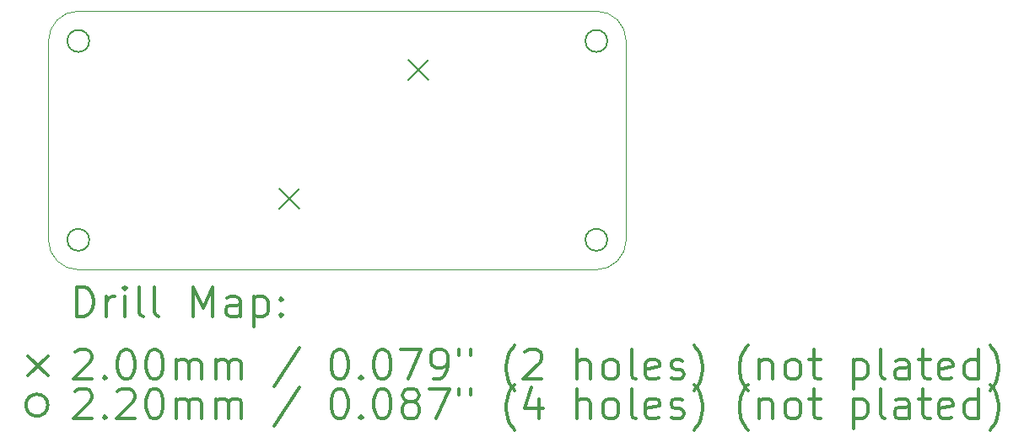
<source format=gbr>
%FSLAX45Y45*%
G04 Gerber Fmt 4.5, Leading zero omitted, Abs format (unit mm)*
G04 Created by KiCad (PCBNEW (5.1.5)-3) date 2021-10-17 17:05:09*
%MOMM*%
%LPD*%
G04 APERTURE LIST*
%TA.AperFunction,Profile*%
%ADD10C,0.120000*%
%TD*%
%ADD11C,0.200000*%
%ADD12C,0.300000*%
G04 APERTURE END LIST*
D10*
X11700000Y-7000000D02*
G75*
G02X12000000Y-6700000I300000J0D01*
G01*
X12000000Y-9300000D02*
G75*
G02X11700000Y-9000000I0J300000D01*
G01*
X17500000Y-9000000D02*
G75*
G02X17200000Y-9300000I-300000J0D01*
G01*
X17200000Y-6700000D02*
G75*
G02X17500000Y-7000000I0J-300000D01*
G01*
X17500000Y-9000000D02*
X17500000Y-7000000D01*
X12000000Y-9300000D02*
X17200000Y-9300000D01*
X11700000Y-7000000D02*
X11700000Y-9000000D01*
X17200000Y-6700000D02*
X12000000Y-6700000D01*
D11*
X14019260Y-8486848D02*
X14219260Y-8686848D01*
X14219260Y-8486848D02*
X14019260Y-8686848D01*
X15315260Y-7192848D02*
X15515260Y-7392848D01*
X15515260Y-7192848D02*
X15315260Y-7392848D01*
X12110000Y-9000000D02*
G75*
G03X12110000Y-9000000I-110000J0D01*
G01*
X17310000Y-7000000D02*
G75*
G03X17310000Y-7000000I-110000J0D01*
G01*
X17310000Y-9000000D02*
G75*
G03X17310000Y-9000000I-110000J0D01*
G01*
X12110000Y-7000000D02*
G75*
G03X12110000Y-7000000I-110000J0D01*
G01*
D12*
X11980428Y-9771714D02*
X11980428Y-9471714D01*
X12051857Y-9471714D01*
X12094714Y-9486000D01*
X12123286Y-9514572D01*
X12137571Y-9543143D01*
X12151857Y-9600286D01*
X12151857Y-9643143D01*
X12137571Y-9700286D01*
X12123286Y-9728857D01*
X12094714Y-9757429D01*
X12051857Y-9771714D01*
X11980428Y-9771714D01*
X12280428Y-9771714D02*
X12280428Y-9571714D01*
X12280428Y-9628857D02*
X12294714Y-9600286D01*
X12309000Y-9586000D01*
X12337571Y-9571714D01*
X12366143Y-9571714D01*
X12466143Y-9771714D02*
X12466143Y-9571714D01*
X12466143Y-9471714D02*
X12451857Y-9486000D01*
X12466143Y-9500286D01*
X12480428Y-9486000D01*
X12466143Y-9471714D01*
X12466143Y-9500286D01*
X12651857Y-9771714D02*
X12623286Y-9757429D01*
X12609000Y-9728857D01*
X12609000Y-9471714D01*
X12809000Y-9771714D02*
X12780428Y-9757429D01*
X12766143Y-9728857D01*
X12766143Y-9471714D01*
X13151857Y-9771714D02*
X13151857Y-9471714D01*
X13251857Y-9686000D01*
X13351857Y-9471714D01*
X13351857Y-9771714D01*
X13623286Y-9771714D02*
X13623286Y-9614572D01*
X13609000Y-9586000D01*
X13580428Y-9571714D01*
X13523286Y-9571714D01*
X13494714Y-9586000D01*
X13623286Y-9757429D02*
X13594714Y-9771714D01*
X13523286Y-9771714D01*
X13494714Y-9757429D01*
X13480428Y-9728857D01*
X13480428Y-9700286D01*
X13494714Y-9671714D01*
X13523286Y-9657429D01*
X13594714Y-9657429D01*
X13623286Y-9643143D01*
X13766143Y-9571714D02*
X13766143Y-9871714D01*
X13766143Y-9586000D02*
X13794714Y-9571714D01*
X13851857Y-9571714D01*
X13880428Y-9586000D01*
X13894714Y-9600286D01*
X13909000Y-9628857D01*
X13909000Y-9714572D01*
X13894714Y-9743143D01*
X13880428Y-9757429D01*
X13851857Y-9771714D01*
X13794714Y-9771714D01*
X13766143Y-9757429D01*
X14037571Y-9743143D02*
X14051857Y-9757429D01*
X14037571Y-9771714D01*
X14023286Y-9757429D01*
X14037571Y-9743143D01*
X14037571Y-9771714D01*
X14037571Y-9586000D02*
X14051857Y-9600286D01*
X14037571Y-9614572D01*
X14023286Y-9600286D01*
X14037571Y-9586000D01*
X14037571Y-9614572D01*
X11494000Y-10166000D02*
X11694000Y-10366000D01*
X11694000Y-10166000D02*
X11494000Y-10366000D01*
X11966143Y-10130286D02*
X11980428Y-10116000D01*
X12009000Y-10101714D01*
X12080428Y-10101714D01*
X12109000Y-10116000D01*
X12123286Y-10130286D01*
X12137571Y-10158857D01*
X12137571Y-10187429D01*
X12123286Y-10230286D01*
X11951857Y-10401714D01*
X12137571Y-10401714D01*
X12266143Y-10373143D02*
X12280428Y-10387429D01*
X12266143Y-10401714D01*
X12251857Y-10387429D01*
X12266143Y-10373143D01*
X12266143Y-10401714D01*
X12466143Y-10101714D02*
X12494714Y-10101714D01*
X12523286Y-10116000D01*
X12537571Y-10130286D01*
X12551857Y-10158857D01*
X12566143Y-10216000D01*
X12566143Y-10287429D01*
X12551857Y-10344572D01*
X12537571Y-10373143D01*
X12523286Y-10387429D01*
X12494714Y-10401714D01*
X12466143Y-10401714D01*
X12437571Y-10387429D01*
X12423286Y-10373143D01*
X12409000Y-10344572D01*
X12394714Y-10287429D01*
X12394714Y-10216000D01*
X12409000Y-10158857D01*
X12423286Y-10130286D01*
X12437571Y-10116000D01*
X12466143Y-10101714D01*
X12751857Y-10101714D02*
X12780428Y-10101714D01*
X12809000Y-10116000D01*
X12823286Y-10130286D01*
X12837571Y-10158857D01*
X12851857Y-10216000D01*
X12851857Y-10287429D01*
X12837571Y-10344572D01*
X12823286Y-10373143D01*
X12809000Y-10387429D01*
X12780428Y-10401714D01*
X12751857Y-10401714D01*
X12723286Y-10387429D01*
X12709000Y-10373143D01*
X12694714Y-10344572D01*
X12680428Y-10287429D01*
X12680428Y-10216000D01*
X12694714Y-10158857D01*
X12709000Y-10130286D01*
X12723286Y-10116000D01*
X12751857Y-10101714D01*
X12980428Y-10401714D02*
X12980428Y-10201714D01*
X12980428Y-10230286D02*
X12994714Y-10216000D01*
X13023286Y-10201714D01*
X13066143Y-10201714D01*
X13094714Y-10216000D01*
X13109000Y-10244572D01*
X13109000Y-10401714D01*
X13109000Y-10244572D02*
X13123286Y-10216000D01*
X13151857Y-10201714D01*
X13194714Y-10201714D01*
X13223286Y-10216000D01*
X13237571Y-10244572D01*
X13237571Y-10401714D01*
X13380428Y-10401714D02*
X13380428Y-10201714D01*
X13380428Y-10230286D02*
X13394714Y-10216000D01*
X13423286Y-10201714D01*
X13466143Y-10201714D01*
X13494714Y-10216000D01*
X13509000Y-10244572D01*
X13509000Y-10401714D01*
X13509000Y-10244572D02*
X13523286Y-10216000D01*
X13551857Y-10201714D01*
X13594714Y-10201714D01*
X13623286Y-10216000D01*
X13637571Y-10244572D01*
X13637571Y-10401714D01*
X14223286Y-10087429D02*
X13966143Y-10473143D01*
X14609000Y-10101714D02*
X14637571Y-10101714D01*
X14666143Y-10116000D01*
X14680428Y-10130286D01*
X14694714Y-10158857D01*
X14709000Y-10216000D01*
X14709000Y-10287429D01*
X14694714Y-10344572D01*
X14680428Y-10373143D01*
X14666143Y-10387429D01*
X14637571Y-10401714D01*
X14609000Y-10401714D01*
X14580428Y-10387429D01*
X14566143Y-10373143D01*
X14551857Y-10344572D01*
X14537571Y-10287429D01*
X14537571Y-10216000D01*
X14551857Y-10158857D01*
X14566143Y-10130286D01*
X14580428Y-10116000D01*
X14609000Y-10101714D01*
X14837571Y-10373143D02*
X14851857Y-10387429D01*
X14837571Y-10401714D01*
X14823286Y-10387429D01*
X14837571Y-10373143D01*
X14837571Y-10401714D01*
X15037571Y-10101714D02*
X15066143Y-10101714D01*
X15094714Y-10116000D01*
X15109000Y-10130286D01*
X15123286Y-10158857D01*
X15137571Y-10216000D01*
X15137571Y-10287429D01*
X15123286Y-10344572D01*
X15109000Y-10373143D01*
X15094714Y-10387429D01*
X15066143Y-10401714D01*
X15037571Y-10401714D01*
X15009000Y-10387429D01*
X14994714Y-10373143D01*
X14980428Y-10344572D01*
X14966143Y-10287429D01*
X14966143Y-10216000D01*
X14980428Y-10158857D01*
X14994714Y-10130286D01*
X15009000Y-10116000D01*
X15037571Y-10101714D01*
X15237571Y-10101714D02*
X15437571Y-10101714D01*
X15309000Y-10401714D01*
X15566143Y-10401714D02*
X15623286Y-10401714D01*
X15651857Y-10387429D01*
X15666143Y-10373143D01*
X15694714Y-10330286D01*
X15709000Y-10273143D01*
X15709000Y-10158857D01*
X15694714Y-10130286D01*
X15680428Y-10116000D01*
X15651857Y-10101714D01*
X15594714Y-10101714D01*
X15566143Y-10116000D01*
X15551857Y-10130286D01*
X15537571Y-10158857D01*
X15537571Y-10230286D01*
X15551857Y-10258857D01*
X15566143Y-10273143D01*
X15594714Y-10287429D01*
X15651857Y-10287429D01*
X15680428Y-10273143D01*
X15694714Y-10258857D01*
X15709000Y-10230286D01*
X15823286Y-10101714D02*
X15823286Y-10158857D01*
X15937571Y-10101714D02*
X15937571Y-10158857D01*
X16380428Y-10516000D02*
X16366143Y-10501714D01*
X16337571Y-10458857D01*
X16323286Y-10430286D01*
X16309000Y-10387429D01*
X16294714Y-10316000D01*
X16294714Y-10258857D01*
X16309000Y-10187429D01*
X16323286Y-10144572D01*
X16337571Y-10116000D01*
X16366143Y-10073143D01*
X16380428Y-10058857D01*
X16480428Y-10130286D02*
X16494714Y-10116000D01*
X16523286Y-10101714D01*
X16594714Y-10101714D01*
X16623286Y-10116000D01*
X16637571Y-10130286D01*
X16651857Y-10158857D01*
X16651857Y-10187429D01*
X16637571Y-10230286D01*
X16466143Y-10401714D01*
X16651857Y-10401714D01*
X17009000Y-10401714D02*
X17009000Y-10101714D01*
X17137571Y-10401714D02*
X17137571Y-10244572D01*
X17123286Y-10216000D01*
X17094714Y-10201714D01*
X17051857Y-10201714D01*
X17023286Y-10216000D01*
X17009000Y-10230286D01*
X17323286Y-10401714D02*
X17294714Y-10387429D01*
X17280428Y-10373143D01*
X17266143Y-10344572D01*
X17266143Y-10258857D01*
X17280428Y-10230286D01*
X17294714Y-10216000D01*
X17323286Y-10201714D01*
X17366143Y-10201714D01*
X17394714Y-10216000D01*
X17409000Y-10230286D01*
X17423286Y-10258857D01*
X17423286Y-10344572D01*
X17409000Y-10373143D01*
X17394714Y-10387429D01*
X17366143Y-10401714D01*
X17323286Y-10401714D01*
X17594714Y-10401714D02*
X17566143Y-10387429D01*
X17551857Y-10358857D01*
X17551857Y-10101714D01*
X17823286Y-10387429D02*
X17794714Y-10401714D01*
X17737571Y-10401714D01*
X17709000Y-10387429D01*
X17694714Y-10358857D01*
X17694714Y-10244572D01*
X17709000Y-10216000D01*
X17737571Y-10201714D01*
X17794714Y-10201714D01*
X17823286Y-10216000D01*
X17837571Y-10244572D01*
X17837571Y-10273143D01*
X17694714Y-10301714D01*
X17951857Y-10387429D02*
X17980428Y-10401714D01*
X18037571Y-10401714D01*
X18066143Y-10387429D01*
X18080428Y-10358857D01*
X18080428Y-10344572D01*
X18066143Y-10316000D01*
X18037571Y-10301714D01*
X17994714Y-10301714D01*
X17966143Y-10287429D01*
X17951857Y-10258857D01*
X17951857Y-10244572D01*
X17966143Y-10216000D01*
X17994714Y-10201714D01*
X18037571Y-10201714D01*
X18066143Y-10216000D01*
X18180428Y-10516000D02*
X18194714Y-10501714D01*
X18223286Y-10458857D01*
X18237571Y-10430286D01*
X18251857Y-10387429D01*
X18266143Y-10316000D01*
X18266143Y-10258857D01*
X18251857Y-10187429D01*
X18237571Y-10144572D01*
X18223286Y-10116000D01*
X18194714Y-10073143D01*
X18180428Y-10058857D01*
X18723286Y-10516000D02*
X18709000Y-10501714D01*
X18680428Y-10458857D01*
X18666143Y-10430286D01*
X18651857Y-10387429D01*
X18637571Y-10316000D01*
X18637571Y-10258857D01*
X18651857Y-10187429D01*
X18666143Y-10144572D01*
X18680428Y-10116000D01*
X18709000Y-10073143D01*
X18723286Y-10058857D01*
X18837571Y-10201714D02*
X18837571Y-10401714D01*
X18837571Y-10230286D02*
X18851857Y-10216000D01*
X18880428Y-10201714D01*
X18923286Y-10201714D01*
X18951857Y-10216000D01*
X18966143Y-10244572D01*
X18966143Y-10401714D01*
X19151857Y-10401714D02*
X19123286Y-10387429D01*
X19109000Y-10373143D01*
X19094714Y-10344572D01*
X19094714Y-10258857D01*
X19109000Y-10230286D01*
X19123286Y-10216000D01*
X19151857Y-10201714D01*
X19194714Y-10201714D01*
X19223286Y-10216000D01*
X19237571Y-10230286D01*
X19251857Y-10258857D01*
X19251857Y-10344572D01*
X19237571Y-10373143D01*
X19223286Y-10387429D01*
X19194714Y-10401714D01*
X19151857Y-10401714D01*
X19337571Y-10201714D02*
X19451857Y-10201714D01*
X19380428Y-10101714D02*
X19380428Y-10358857D01*
X19394714Y-10387429D01*
X19423286Y-10401714D01*
X19451857Y-10401714D01*
X19780428Y-10201714D02*
X19780428Y-10501714D01*
X19780428Y-10216000D02*
X19809000Y-10201714D01*
X19866143Y-10201714D01*
X19894714Y-10216000D01*
X19909000Y-10230286D01*
X19923286Y-10258857D01*
X19923286Y-10344572D01*
X19909000Y-10373143D01*
X19894714Y-10387429D01*
X19866143Y-10401714D01*
X19809000Y-10401714D01*
X19780428Y-10387429D01*
X20094714Y-10401714D02*
X20066143Y-10387429D01*
X20051857Y-10358857D01*
X20051857Y-10101714D01*
X20337571Y-10401714D02*
X20337571Y-10244572D01*
X20323286Y-10216000D01*
X20294714Y-10201714D01*
X20237571Y-10201714D01*
X20209000Y-10216000D01*
X20337571Y-10387429D02*
X20309000Y-10401714D01*
X20237571Y-10401714D01*
X20209000Y-10387429D01*
X20194714Y-10358857D01*
X20194714Y-10330286D01*
X20209000Y-10301714D01*
X20237571Y-10287429D01*
X20309000Y-10287429D01*
X20337571Y-10273143D01*
X20437571Y-10201714D02*
X20551857Y-10201714D01*
X20480428Y-10101714D02*
X20480428Y-10358857D01*
X20494714Y-10387429D01*
X20523286Y-10401714D01*
X20551857Y-10401714D01*
X20766143Y-10387429D02*
X20737571Y-10401714D01*
X20680428Y-10401714D01*
X20651857Y-10387429D01*
X20637571Y-10358857D01*
X20637571Y-10244572D01*
X20651857Y-10216000D01*
X20680428Y-10201714D01*
X20737571Y-10201714D01*
X20766143Y-10216000D01*
X20780428Y-10244572D01*
X20780428Y-10273143D01*
X20637571Y-10301714D01*
X21037571Y-10401714D02*
X21037571Y-10101714D01*
X21037571Y-10387429D02*
X21009000Y-10401714D01*
X20951857Y-10401714D01*
X20923286Y-10387429D01*
X20909000Y-10373143D01*
X20894714Y-10344572D01*
X20894714Y-10258857D01*
X20909000Y-10230286D01*
X20923286Y-10216000D01*
X20951857Y-10201714D01*
X21009000Y-10201714D01*
X21037571Y-10216000D01*
X21151857Y-10516000D02*
X21166143Y-10501714D01*
X21194714Y-10458857D01*
X21209000Y-10430286D01*
X21223286Y-10387429D01*
X21237571Y-10316000D01*
X21237571Y-10258857D01*
X21223286Y-10187429D01*
X21209000Y-10144572D01*
X21194714Y-10116000D01*
X21166143Y-10073143D01*
X21151857Y-10058857D01*
X11694000Y-10662000D02*
G75*
G03X11694000Y-10662000I-110000J0D01*
G01*
X11966143Y-10526286D02*
X11980428Y-10512000D01*
X12009000Y-10497714D01*
X12080428Y-10497714D01*
X12109000Y-10512000D01*
X12123286Y-10526286D01*
X12137571Y-10554857D01*
X12137571Y-10583429D01*
X12123286Y-10626286D01*
X11951857Y-10797714D01*
X12137571Y-10797714D01*
X12266143Y-10769143D02*
X12280428Y-10783429D01*
X12266143Y-10797714D01*
X12251857Y-10783429D01*
X12266143Y-10769143D01*
X12266143Y-10797714D01*
X12394714Y-10526286D02*
X12409000Y-10512000D01*
X12437571Y-10497714D01*
X12509000Y-10497714D01*
X12537571Y-10512000D01*
X12551857Y-10526286D01*
X12566143Y-10554857D01*
X12566143Y-10583429D01*
X12551857Y-10626286D01*
X12380428Y-10797714D01*
X12566143Y-10797714D01*
X12751857Y-10497714D02*
X12780428Y-10497714D01*
X12809000Y-10512000D01*
X12823286Y-10526286D01*
X12837571Y-10554857D01*
X12851857Y-10612000D01*
X12851857Y-10683429D01*
X12837571Y-10740572D01*
X12823286Y-10769143D01*
X12809000Y-10783429D01*
X12780428Y-10797714D01*
X12751857Y-10797714D01*
X12723286Y-10783429D01*
X12709000Y-10769143D01*
X12694714Y-10740572D01*
X12680428Y-10683429D01*
X12680428Y-10612000D01*
X12694714Y-10554857D01*
X12709000Y-10526286D01*
X12723286Y-10512000D01*
X12751857Y-10497714D01*
X12980428Y-10797714D02*
X12980428Y-10597714D01*
X12980428Y-10626286D02*
X12994714Y-10612000D01*
X13023286Y-10597714D01*
X13066143Y-10597714D01*
X13094714Y-10612000D01*
X13109000Y-10640572D01*
X13109000Y-10797714D01*
X13109000Y-10640572D02*
X13123286Y-10612000D01*
X13151857Y-10597714D01*
X13194714Y-10597714D01*
X13223286Y-10612000D01*
X13237571Y-10640572D01*
X13237571Y-10797714D01*
X13380428Y-10797714D02*
X13380428Y-10597714D01*
X13380428Y-10626286D02*
X13394714Y-10612000D01*
X13423286Y-10597714D01*
X13466143Y-10597714D01*
X13494714Y-10612000D01*
X13509000Y-10640572D01*
X13509000Y-10797714D01*
X13509000Y-10640572D02*
X13523286Y-10612000D01*
X13551857Y-10597714D01*
X13594714Y-10597714D01*
X13623286Y-10612000D01*
X13637571Y-10640572D01*
X13637571Y-10797714D01*
X14223286Y-10483429D02*
X13966143Y-10869143D01*
X14609000Y-10497714D02*
X14637571Y-10497714D01*
X14666143Y-10512000D01*
X14680428Y-10526286D01*
X14694714Y-10554857D01*
X14709000Y-10612000D01*
X14709000Y-10683429D01*
X14694714Y-10740572D01*
X14680428Y-10769143D01*
X14666143Y-10783429D01*
X14637571Y-10797714D01*
X14609000Y-10797714D01*
X14580428Y-10783429D01*
X14566143Y-10769143D01*
X14551857Y-10740572D01*
X14537571Y-10683429D01*
X14537571Y-10612000D01*
X14551857Y-10554857D01*
X14566143Y-10526286D01*
X14580428Y-10512000D01*
X14609000Y-10497714D01*
X14837571Y-10769143D02*
X14851857Y-10783429D01*
X14837571Y-10797714D01*
X14823286Y-10783429D01*
X14837571Y-10769143D01*
X14837571Y-10797714D01*
X15037571Y-10497714D02*
X15066143Y-10497714D01*
X15094714Y-10512000D01*
X15109000Y-10526286D01*
X15123286Y-10554857D01*
X15137571Y-10612000D01*
X15137571Y-10683429D01*
X15123286Y-10740572D01*
X15109000Y-10769143D01*
X15094714Y-10783429D01*
X15066143Y-10797714D01*
X15037571Y-10797714D01*
X15009000Y-10783429D01*
X14994714Y-10769143D01*
X14980428Y-10740572D01*
X14966143Y-10683429D01*
X14966143Y-10612000D01*
X14980428Y-10554857D01*
X14994714Y-10526286D01*
X15009000Y-10512000D01*
X15037571Y-10497714D01*
X15309000Y-10626286D02*
X15280428Y-10612000D01*
X15266143Y-10597714D01*
X15251857Y-10569143D01*
X15251857Y-10554857D01*
X15266143Y-10526286D01*
X15280428Y-10512000D01*
X15309000Y-10497714D01*
X15366143Y-10497714D01*
X15394714Y-10512000D01*
X15409000Y-10526286D01*
X15423286Y-10554857D01*
X15423286Y-10569143D01*
X15409000Y-10597714D01*
X15394714Y-10612000D01*
X15366143Y-10626286D01*
X15309000Y-10626286D01*
X15280428Y-10640572D01*
X15266143Y-10654857D01*
X15251857Y-10683429D01*
X15251857Y-10740572D01*
X15266143Y-10769143D01*
X15280428Y-10783429D01*
X15309000Y-10797714D01*
X15366143Y-10797714D01*
X15394714Y-10783429D01*
X15409000Y-10769143D01*
X15423286Y-10740572D01*
X15423286Y-10683429D01*
X15409000Y-10654857D01*
X15394714Y-10640572D01*
X15366143Y-10626286D01*
X15523286Y-10497714D02*
X15723286Y-10497714D01*
X15594714Y-10797714D01*
X15823286Y-10497714D02*
X15823286Y-10554857D01*
X15937571Y-10497714D02*
X15937571Y-10554857D01*
X16380428Y-10912000D02*
X16366143Y-10897714D01*
X16337571Y-10854857D01*
X16323286Y-10826286D01*
X16309000Y-10783429D01*
X16294714Y-10712000D01*
X16294714Y-10654857D01*
X16309000Y-10583429D01*
X16323286Y-10540572D01*
X16337571Y-10512000D01*
X16366143Y-10469143D01*
X16380428Y-10454857D01*
X16623286Y-10597714D02*
X16623286Y-10797714D01*
X16551857Y-10483429D02*
X16480428Y-10697714D01*
X16666143Y-10697714D01*
X17009000Y-10797714D02*
X17009000Y-10497714D01*
X17137571Y-10797714D02*
X17137571Y-10640572D01*
X17123286Y-10612000D01*
X17094714Y-10597714D01*
X17051857Y-10597714D01*
X17023286Y-10612000D01*
X17009000Y-10626286D01*
X17323286Y-10797714D02*
X17294714Y-10783429D01*
X17280428Y-10769143D01*
X17266143Y-10740572D01*
X17266143Y-10654857D01*
X17280428Y-10626286D01*
X17294714Y-10612000D01*
X17323286Y-10597714D01*
X17366143Y-10597714D01*
X17394714Y-10612000D01*
X17409000Y-10626286D01*
X17423286Y-10654857D01*
X17423286Y-10740572D01*
X17409000Y-10769143D01*
X17394714Y-10783429D01*
X17366143Y-10797714D01*
X17323286Y-10797714D01*
X17594714Y-10797714D02*
X17566143Y-10783429D01*
X17551857Y-10754857D01*
X17551857Y-10497714D01*
X17823286Y-10783429D02*
X17794714Y-10797714D01*
X17737571Y-10797714D01*
X17709000Y-10783429D01*
X17694714Y-10754857D01*
X17694714Y-10640572D01*
X17709000Y-10612000D01*
X17737571Y-10597714D01*
X17794714Y-10597714D01*
X17823286Y-10612000D01*
X17837571Y-10640572D01*
X17837571Y-10669143D01*
X17694714Y-10697714D01*
X17951857Y-10783429D02*
X17980428Y-10797714D01*
X18037571Y-10797714D01*
X18066143Y-10783429D01*
X18080428Y-10754857D01*
X18080428Y-10740572D01*
X18066143Y-10712000D01*
X18037571Y-10697714D01*
X17994714Y-10697714D01*
X17966143Y-10683429D01*
X17951857Y-10654857D01*
X17951857Y-10640572D01*
X17966143Y-10612000D01*
X17994714Y-10597714D01*
X18037571Y-10597714D01*
X18066143Y-10612000D01*
X18180428Y-10912000D02*
X18194714Y-10897714D01*
X18223286Y-10854857D01*
X18237571Y-10826286D01*
X18251857Y-10783429D01*
X18266143Y-10712000D01*
X18266143Y-10654857D01*
X18251857Y-10583429D01*
X18237571Y-10540572D01*
X18223286Y-10512000D01*
X18194714Y-10469143D01*
X18180428Y-10454857D01*
X18723286Y-10912000D02*
X18709000Y-10897714D01*
X18680428Y-10854857D01*
X18666143Y-10826286D01*
X18651857Y-10783429D01*
X18637571Y-10712000D01*
X18637571Y-10654857D01*
X18651857Y-10583429D01*
X18666143Y-10540572D01*
X18680428Y-10512000D01*
X18709000Y-10469143D01*
X18723286Y-10454857D01*
X18837571Y-10597714D02*
X18837571Y-10797714D01*
X18837571Y-10626286D02*
X18851857Y-10612000D01*
X18880428Y-10597714D01*
X18923286Y-10597714D01*
X18951857Y-10612000D01*
X18966143Y-10640572D01*
X18966143Y-10797714D01*
X19151857Y-10797714D02*
X19123286Y-10783429D01*
X19109000Y-10769143D01*
X19094714Y-10740572D01*
X19094714Y-10654857D01*
X19109000Y-10626286D01*
X19123286Y-10612000D01*
X19151857Y-10597714D01*
X19194714Y-10597714D01*
X19223286Y-10612000D01*
X19237571Y-10626286D01*
X19251857Y-10654857D01*
X19251857Y-10740572D01*
X19237571Y-10769143D01*
X19223286Y-10783429D01*
X19194714Y-10797714D01*
X19151857Y-10797714D01*
X19337571Y-10597714D02*
X19451857Y-10597714D01*
X19380428Y-10497714D02*
X19380428Y-10754857D01*
X19394714Y-10783429D01*
X19423286Y-10797714D01*
X19451857Y-10797714D01*
X19780428Y-10597714D02*
X19780428Y-10897714D01*
X19780428Y-10612000D02*
X19809000Y-10597714D01*
X19866143Y-10597714D01*
X19894714Y-10612000D01*
X19909000Y-10626286D01*
X19923286Y-10654857D01*
X19923286Y-10740572D01*
X19909000Y-10769143D01*
X19894714Y-10783429D01*
X19866143Y-10797714D01*
X19809000Y-10797714D01*
X19780428Y-10783429D01*
X20094714Y-10797714D02*
X20066143Y-10783429D01*
X20051857Y-10754857D01*
X20051857Y-10497714D01*
X20337571Y-10797714D02*
X20337571Y-10640572D01*
X20323286Y-10612000D01*
X20294714Y-10597714D01*
X20237571Y-10597714D01*
X20209000Y-10612000D01*
X20337571Y-10783429D02*
X20309000Y-10797714D01*
X20237571Y-10797714D01*
X20209000Y-10783429D01*
X20194714Y-10754857D01*
X20194714Y-10726286D01*
X20209000Y-10697714D01*
X20237571Y-10683429D01*
X20309000Y-10683429D01*
X20337571Y-10669143D01*
X20437571Y-10597714D02*
X20551857Y-10597714D01*
X20480428Y-10497714D02*
X20480428Y-10754857D01*
X20494714Y-10783429D01*
X20523286Y-10797714D01*
X20551857Y-10797714D01*
X20766143Y-10783429D02*
X20737571Y-10797714D01*
X20680428Y-10797714D01*
X20651857Y-10783429D01*
X20637571Y-10754857D01*
X20637571Y-10640572D01*
X20651857Y-10612000D01*
X20680428Y-10597714D01*
X20737571Y-10597714D01*
X20766143Y-10612000D01*
X20780428Y-10640572D01*
X20780428Y-10669143D01*
X20637571Y-10697714D01*
X21037571Y-10797714D02*
X21037571Y-10497714D01*
X21037571Y-10783429D02*
X21009000Y-10797714D01*
X20951857Y-10797714D01*
X20923286Y-10783429D01*
X20909000Y-10769143D01*
X20894714Y-10740572D01*
X20894714Y-10654857D01*
X20909000Y-10626286D01*
X20923286Y-10612000D01*
X20951857Y-10597714D01*
X21009000Y-10597714D01*
X21037571Y-10612000D01*
X21151857Y-10912000D02*
X21166143Y-10897714D01*
X21194714Y-10854857D01*
X21209000Y-10826286D01*
X21223286Y-10783429D01*
X21237571Y-10712000D01*
X21237571Y-10654857D01*
X21223286Y-10583429D01*
X21209000Y-10540572D01*
X21194714Y-10512000D01*
X21166143Y-10469143D01*
X21151857Y-10454857D01*
M02*

</source>
